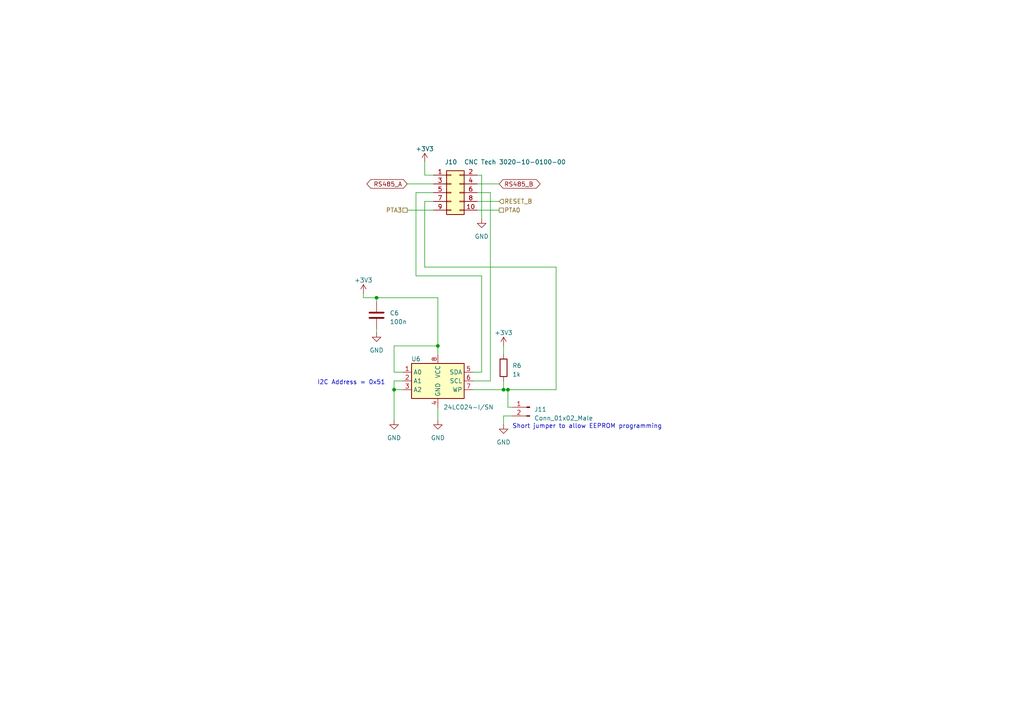
<source format=kicad_sch>
(kicad_sch (version 20210406) (generator eeschema)
  (paper "A4")
  (lib_symbols
    (symbol "Connector:Conn_01x02_Male" (pin_names (offset 1.016) hide)
      (property "Reference" "J" (at 0 2.54 0))
      (property "Value" "Conn_01x02_Male" (at 0 -5.08 0))
      (symbol "Conn_01x02_Male_1_1"
        (rectangle (start 0.8636 -2.413) (end 0 -2.667) (stroke (width 0.1524)) (fill (type outline)))
        (rectangle (start 0.8636 0.127) (end 0 -0.127) (stroke (width 0.1524)) (fill (type outline)))
        (polyline (pts (xy 1.27 -2.54) (xy 0.8636 -2.54)) (stroke (width 0.1524)))
        (polyline (pts (xy 1.27 0) (xy 0.8636 0)) (stroke (width 0.1524)))
        (pin passive line (at 5.08 0 180) (length 3.81) (name "Pin_1") (number "1"))
        (pin passive line (at 5.08 -2.54 180) (length 3.81) (name "Pin_2") (number "2"))
      )
    )
    (symbol "Connector_Generic:Conn_02x05_Odd_Even" (pin_names (offset 1.016) hide)
      (property "Reference" "J" (at 1.27 7.62 0))
      (property "Value" "Conn_02x05_Odd_Even" (at 1.27 -7.62 0))
      (symbol "Conn_02x05_Odd_Even_1_1"
        (rectangle (start -1.27 -4.953) (end 0 -5.207) (stroke (width 0.1524)))
        (rectangle (start -1.27 -2.413) (end 0 -2.667) (stroke (width 0.1524)))
        (rectangle (start -1.27 0.127) (end 0 -0.127) (stroke (width 0.1524)))
        (rectangle (start -1.27 2.667) (end 0 2.413) (stroke (width 0.1524)))
        (rectangle (start -1.27 5.207) (end 0 4.953) (stroke (width 0.1524)))
        (rectangle (start 3.81 -4.953) (end 2.54 -5.207) (stroke (width 0.1524)))
        (rectangle (start 3.81 -2.413) (end 2.54 -2.667) (stroke (width 0.1524)))
        (rectangle (start 3.81 0.127) (end 2.54 -0.127) (stroke (width 0.1524)))
        (rectangle (start 3.81 2.667) (end 2.54 2.413) (stroke (width 0.1524)))
        (rectangle (start 3.81 5.207) (end 2.54 4.953) (stroke (width 0.1524)))
        (rectangle (start -1.27 6.35) (end 3.81 -6.35) (stroke (width 0.254)) (fill (type background)))
        (pin passive line (at -5.08 5.08 0) (length 3.81) (name "Pin_1") (number "1"))
        (pin passive line (at 7.62 -5.08 180) (length 3.81) (name "Pin_10") (number "10"))
        (pin passive line (at 7.62 5.08 180) (length 3.81) (name "Pin_2") (number "2"))
        (pin passive line (at -5.08 2.54 0) (length 3.81) (name "Pin_3") (number "3"))
        (pin passive line (at 7.62 2.54 180) (length 3.81) (name "Pin_4") (number "4"))
        (pin passive line (at -5.08 0 0) (length 3.81) (name "Pin_5") (number "5"))
        (pin passive line (at 7.62 0 180) (length 3.81) (name "Pin_6") (number "6"))
        (pin passive line (at -5.08 -2.54 0) (length 3.81) (name "Pin_7") (number "7"))
        (pin passive line (at 7.62 -2.54 180) (length 3.81) (name "Pin_8") (number "8"))
        (pin passive line (at -5.08 -5.08 0) (length 3.81) (name "Pin_9") (number "9"))
      )
    )
    (symbol "Device:C" (pin_numbers hide) (pin_names (offset 0.254))
      (property "Reference" "C" (at 0.635 2.54 0))
      (property "Value" "C" (at 0.635 -2.54 0))
      (symbol "C_0_1"
        (polyline (pts (xy -2.032 -0.762) (xy 2.032 -0.762)) (stroke (width 0.508)))
        (polyline (pts (xy -2.032 0.762) (xy 2.032 0.762)) (stroke (width 0.508)))
      )
      (symbol "C_1_1"
        (pin passive line (at 0 3.81 270) (length 2.794) (name "~") (number "1"))
        (pin passive line (at 0 -3.81 90) (length 2.794) (name "~") (number "2"))
      )
    )
    (symbol "Device:R" (pin_numbers hide) (pin_names (offset 0))
      (property "Reference" "R" (at 2.032 0 90))
      (property "Value" "R" (at 0 0 90))
      (symbol "R_0_1"
        (rectangle (start -1.016 -2.54) (end 1.016 2.54) (stroke (width 0.254)))
      )
      (symbol "R_1_1"
        (pin passive line (at 0 3.81 270) (length 1.27) (name "~") (number "1"))
        (pin passive line (at 0 -3.81 90) (length 1.27) (name "~") (number "2"))
      )
    )
    (symbol "Memory_EEPROM:24LC02"
      (property "Reference" "U" (at -6.35 6.35 0))
      (property "Value" "24LC02" (at 1.27 6.35 0))
      (symbol "24LC02_1_1"
        (rectangle (start -7.62 5.08) (end 7.62 -5.08) (stroke (width 0.254)) (fill (type background)))
        (pin input line (at -10.16 2.54 0) (length 2.54) (name "A0") (number "1"))
        (pin input line (at -10.16 0 0) (length 2.54) (name "A1") (number "2"))
        (pin input line (at -10.16 -2.54 0) (length 2.54) (name "A2") (number "3"))
        (pin power_in line (at 0 -7.62 90) (length 2.54) (name "GND") (number "4"))
        (pin bidirectional line (at 10.16 2.54 180) (length 2.54) (name "SDA") (number "5"))
        (pin input line (at 10.16 0 180) (length 2.54) (name "SCL") (number "6"))
        (pin input line (at 10.16 -2.54 180) (length 2.54) (name "WP") (number "7"))
        (pin power_in line (at 0 7.62 270) (length 2.54) (name "VCC") (number "8"))
      )
    )
    (symbol "power:+3.3V" (power) (pin_names (offset 0))
      (property "Value" "+3.3V" (at 0 3.556 0))
      (symbol "+3.3V_0_1"
        (polyline (pts (xy -0.762 1.27) (xy 0 2.54)))
        (polyline (pts (xy 0 0) (xy 0 2.54)))
        (polyline (pts (xy 0 2.54) (xy 0.762 1.27)))
      )
      (symbol "+3.3V_1_1"
        (pin power_in line (at 0 0 90) (length 0) hide (name "+3V3") (number "1"))
      )
    )
    (symbol "power:+3V3" (power) (pin_names (offset 0))
      (property "Value" "+3V3" (at 0 3.556 0))
      (symbol "+3V3_0_1"
        (polyline (pts (xy -0.762 1.27) (xy 0 2.54)))
        (polyline (pts (xy 0 0) (xy 0 2.54)))
        (polyline (pts (xy 0 2.54) (xy 0.762 1.27)))
      )
      (symbol "+3V3_1_1"
        (pin power_in line (at 0 0 90) (length 0) hide (name "+3V3") (number "1"))
      )
    )
    (symbol "power:GND" (power) (pin_names (offset 0))
      (property "Value" "GND" (at 0 -3.81 0))
      (symbol "GND_0_1"
        (polyline (pts (xy 0 0) (xy 0 -1.27) (xy 1.27 -1.27) (xy 0 -2.54) (xy -1.27 -1.27) (xy 0 -1.27)))
      )
      (symbol "GND_1_1"
        (pin power_in line (at 0 0 270) (length 0) hide (name "GND") (number "1"))
      )
    )
  )
  (junction (at 109.22 86.36) (diameter 0.9144))
  (junction (at 114.3 113.03) (diameter 0.9144))
  (junction (at 127 100.33) (diameter 0.9144))
  (junction (at 146.05 113.03) (diameter 0.9144))
  (junction (at 147.32 113.03) (diameter 0.9144))
  (wire (pts (xy 105.41 85.09) (xy 105.41 86.36)))
  (wire (pts (xy 105.41 86.36) (xy 109.22 86.36)))
  (wire (pts (xy 109.22 86.36) (xy 109.22 87.63)))
  (wire (pts (xy 109.22 86.36) (xy 127 86.36)))
  (wire (pts (xy 109.22 95.25) (xy 109.22 96.52)))
  (wire (pts (xy 114.3 100.33) (xy 114.3 107.95)))
  (wire (pts (xy 114.3 107.95) (xy 116.84 107.95)))
  (wire (pts (xy 114.3 110.49) (xy 114.3 113.03)))
  (wire (pts (xy 114.3 110.49) (xy 116.84 110.49)))
  (wire (pts (xy 114.3 113.03) (xy 114.3 121.92)))
  (wire (pts (xy 114.3 113.03) (xy 116.84 113.03)))
  (wire (pts (xy 118.11 53.34) (xy 125.73 53.34)))
  (wire (pts (xy 118.11 60.96) (xy 125.73 60.96)))
  (wire (pts (xy 120.65 55.88) (xy 125.73 55.88)))
  (wire (pts (xy 120.65 80.01) (xy 120.65 55.88)))
  (wire (pts (xy 123.19 46.99) (xy 123.19 50.8)))
  (wire (pts (xy 123.19 50.8) (xy 125.73 50.8)))
  (wire (pts (xy 123.19 58.42) (xy 125.73 58.42)))
  (wire (pts (xy 123.19 77.47) (xy 123.19 58.42)))
  (wire (pts (xy 127 86.36) (xy 127 100.33)))
  (wire (pts (xy 127 100.33) (xy 114.3 100.33)))
  (wire (pts (xy 127 100.33) (xy 127 102.87)))
  (wire (pts (xy 127 118.11) (xy 127 121.92)))
  (wire (pts (xy 137.16 107.95) (xy 139.7 107.95)))
  (wire (pts (xy 137.16 110.49) (xy 142.24 110.49)))
  (wire (pts (xy 137.16 113.03) (xy 146.05 113.03)))
  (wire (pts (xy 138.43 50.8) (xy 139.7 50.8)))
  (wire (pts (xy 138.43 53.34) (xy 144.78 53.34)))
  (wire (pts (xy 138.43 55.88) (xy 142.24 55.88)))
  (wire (pts (xy 138.43 58.42) (xy 144.78 58.42)))
  (wire (pts (xy 138.43 60.96) (xy 144.78 60.96)))
  (wire (pts (xy 139.7 50.8) (xy 139.7 63.5)))
  (wire (pts (xy 139.7 80.01) (xy 120.65 80.01)))
  (wire (pts (xy 139.7 107.95) (xy 139.7 80.01)))
  (wire (pts (xy 142.24 55.88) (xy 142.24 110.49)))
  (wire (pts (xy 146.05 100.33) (xy 146.05 102.87)))
  (wire (pts (xy 146.05 110.49) (xy 146.05 113.03)))
  (wire (pts (xy 146.05 113.03) (xy 147.32 113.03)))
  (wire (pts (xy 146.05 120.65) (xy 148.59 120.65)))
  (wire (pts (xy 146.05 123.19) (xy 146.05 120.65)))
  (wire (pts (xy 147.32 113.03) (xy 161.29 113.03)))
  (wire (pts (xy 147.32 118.11) (xy 147.32 113.03)))
  (wire (pts (xy 148.59 118.11) (xy 147.32 118.11)))
  (wire (pts (xy 161.29 77.47) (xy 123.19 77.47)))
  (wire (pts (xy 161.29 113.03) (xy 161.29 77.47)))
  (text "I2C Address = 0x51" (at 111.76 111.76 180) (effects (font (size 1.27 1.27)) (justify right bottom)))
  (text "Short jumper to allow EEPROM programming" (at 148.59 124.46 0) (effects (font (size 1.27 1.27)) (justify left bottom)))
  (global_label "RS485_A" (shape bidirectional) (at 118.11 53.34 180) (property "Intersheet References" "${INTERSHEET_REFS}" (effects hide)))
  (global_label "RS485_B" (shape bidirectional) (at 144.78 53.34 0) (property "Intersheet References" "${INTERSHEET_REFS}" (effects hide)))
  (hierarchical_label "PTA3" (shape passive) (at 118.11 60.96 180))
  (hierarchical_label "RESET_B" (shape input) (at 144.78 58.42 0))
  (hierarchical_label "PTA0" (shape passive) (at 144.78 60.96 0))
  (symbol (lib_id "power:+3V3") (at 105.41 85.09 0)
    (property "Reference" "#PWR037" (effects hide))
    (property "Value" "+3V3" (at 105.41 81.28 0))
  )
  (symbol (lib_id "power:+3.3V") (at 123.19 46.99 0)
    (property "Reference" "#PWR040" (effects hide))
    (property "Value" "+3.3V" (at 123.19 43.18 0))
  )
  (symbol (lib_id "power:+3.3V") (at 146.05 100.33 0)
    (property "Reference" "#PWR043" (effects hide))
    (property "Value" "+3.3V" (at 146.05 96.52 0))
  )
  (symbol (lib_id "power:GND") (at 109.22 96.52 0)
    (property "Reference" "#PWR038" (effects hide))
    (property "Value" "GND" (at 109.22 101.6 0))
  )
  (symbol (lib_id "power:GND") (at 114.3 121.92 0)
    (property "Reference" "#PWR039" (effects hide))
    (property "Value" "GND" (at 114.3 127 0))
  )
  (symbol (lib_id "power:GND") (at 127 121.92 0)
    (property "Reference" "#PWR041" (effects hide))
    (property "Value" "GND" (at 127 127 0))
  )
  (symbol (lib_id "power:GND") (at 139.7 63.5 0)
    (property "Reference" "#PWR042" (effects hide))
    (property "Value" "GND" (at 139.7 68.58 0))
  )
  (symbol (lib_id "power:GND") (at 146.05 123.19 0)
    (property "Reference" "#PWR044" (effects hide))
    (property "Value" "GND" (at 146.05 128.27 0))
  )
  (symbol (lib_id "Connector:Conn_01x02_Male") (at 153.67 118.11 0) (mirror y)
    (property "Reference" "J11" (at 154.94 118.7449 0) (effects (justify right)))
    (property "Value" "Conn_01x02_Male" (at 154.94 121.2849 0) (effects (justify right)))
    (property "Footprint" "Connector_PinHeader_2.54mm:PinHeader_1x02_P2.54mm_Vertical" (effects hide))
  )
  (symbol (lib_id "Device:R") (at 146.05 106.68 0)
    (property "Reference" "R6" (at 148.59 106.0449 0) (effects (justify left)))
    (property "Value" "1k" (at 148.59 108.5849 0) (effects (justify left)))
    (property "Footprint" "Resistor_SMD:R_0402_1005Metric" (effects hide))
  )
  (symbol (lib_id "Device:C") (at 109.22 91.44 0)
    (property "Reference" "C6" (at 113.03 90.8049 0) (effects (justify left)))
    (property "Value" "100n" (at 113.03 93.3449 0) (effects (justify left)))
    (property "Footprint" "Capacitor_SMD:C_0402_1005Metric" (effects hide))
  )
  (symbol (lib_id "Connector_Generic:Conn_02x05_Odd_Even") (at 130.81 55.88 0)
    (property "Reference" "J10" (at 130.81 46.99 0))
    (property "Value" "CNC Tech 3020-10-0100-00‎ " (at 149.86 46.99 0))
    (property "Footprint" "Connector_PinHeader_2.54mm:PinHeader_2x05_P2.54mm_Vertical" (effects hide))
  )
  (symbol (lib_id "Memory_EEPROM:24LC02") (at 127 110.49 0)
    (property "Reference" "U6" (at 120.65 104.14 0))
    (property "Value" "24LC024-I/SN" (at 135.89 118.11 0))
    (property "Footprint" "Package_SO:SO-8_3.9x4.9mm_P1.27mm" (effects hide))
    (property "Datasheet" "http://ww1.microchip.com/downloads/en/DeviceDoc/21709c.pdf" (effects hide))
  )
)
</source>
